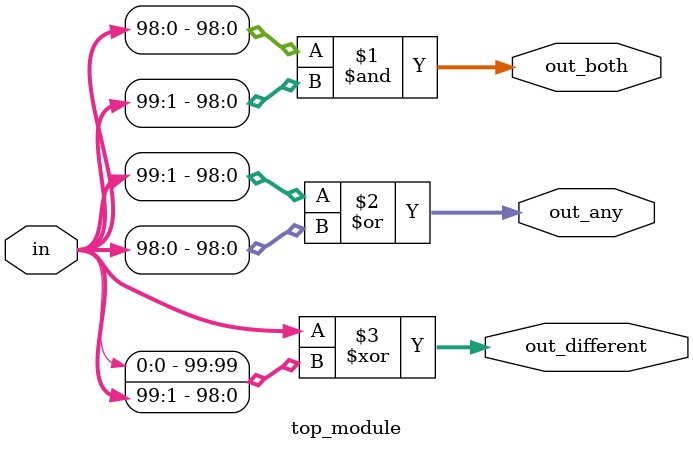
<source format=v>
module top_module( 
    input [99:0] in,
    output [98:0] out_both,
    output [99:1] out_any,
    output [99:0] out_different );
assign out_both = in[98:0] & in[99:1];
    assign out_any = in[99:1] | in[98:0];
    assign out_different = in ^ { in[0], in[99:1]};
endmodule

</source>
